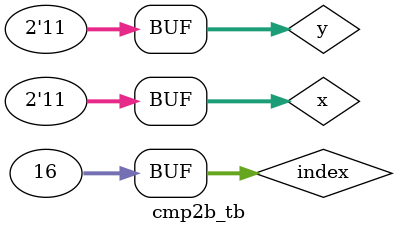
<source format=v>
module cmp2b(
  input [1:0]x,
  input [1:0]y,
  output reg lt,
  output reg eq,
  output reg gt
);
  
always @* begin
  gt=x[1]&(~y[1])|x[0]&(~y[0])&(x[1]|(~y[1]));
  eq=(x[1]~^y[1])&(x[0]~^y[0]);
  lt=y[1]&(~x[1])|y[0]&(~x[0])&(y[1]|(~x[1]));
end
  
endmodule

module cmp2b_tb();
  
  reg [1:0]x;
  reg [1:0]y;
  
  wire lt;
  wire eq;
  wire gt;
  
  cmp2b DUT_CMP(
    .x(x),
    .y(y),
    .gt(gt),
    .eq(eq),
    .lt(lt)
  );
  
	integer index;
  initial begin
    $display("Time\tx\ty\tlt\teq\tgt");
    $monitor("%0t\t%02b\t%02b\t%b\t%b\t%b", $time, x, y, lt, eq, gt);
    for(index=0;index<16;index=index+1) begin
      {x[1], x[0], y[1], y[0]}=index;
    	#100;
    end
  end
  
endmodule
</source>
